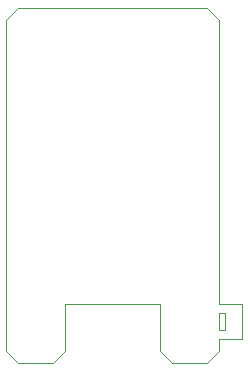
<source format=gm1>
%TF.GenerationSoftware,KiCad,Pcbnew,(5.1.7)-1*%
%TF.CreationDate,2022-01-04T16:45:12+01:00*%
%TF.ProjectId,psu-module-positive,7073752d-6d6f-4647-956c-652d706f7369,rev?*%
%TF.SameCoordinates,Original*%
%TF.FileFunction,Profile,NP*%
%FSLAX46Y46*%
G04 Gerber Fmt 4.6, Leading zero omitted, Abs format (unit mm)*
G04 Created by KiCad (PCBNEW (5.1.7)-1) date 2022-01-04 16:45:12*
%MOMM*%
%LPD*%
G01*
G04 APERTURE LIST*
%TA.AperFunction,Profile*%
%ADD10C,0.050000*%
%TD*%
G04 APERTURE END LIST*
D10*
X32000000Y-30750000D02*
X31500000Y-30750000D01*
X32000000Y-32250000D02*
X32000000Y-30750000D01*
X31500000Y-32250000D02*
X32000000Y-32250000D01*
X31500000Y-30750000D02*
X31500000Y-32250000D01*
X33500000Y-30000000D02*
X31500000Y-30000000D01*
X33500000Y-33000000D02*
X33500000Y-30000000D01*
X31500000Y-33000000D02*
X33500000Y-33000000D01*
X31500000Y-34000000D02*
X31500000Y-33000000D01*
X17500000Y-35000000D02*
X18500000Y-34000000D01*
X26500000Y-34000000D02*
X27500000Y-35000000D01*
X26500000Y-30000000D02*
X26500000Y-34000000D01*
X18500000Y-30000000D02*
X18500000Y-34000000D01*
X30500000Y-35000000D02*
X27500000Y-35000000D01*
X14500000Y-35000000D02*
X17500000Y-35000000D01*
X13500000Y-34000000D02*
X14500000Y-35000000D01*
X30500000Y-35000000D02*
X31500000Y-34000000D01*
X30500000Y-5000000D02*
X31500000Y-6000000D01*
X13500000Y-6000000D02*
X14500000Y-5000000D01*
X18500000Y-30000000D02*
X26500000Y-30000000D01*
X14500000Y-5000000D02*
X30500000Y-5000000D01*
X31500000Y-6000000D02*
X31500000Y-30000000D01*
X13500000Y-6000000D02*
X13500000Y-34000000D01*
M02*

</source>
